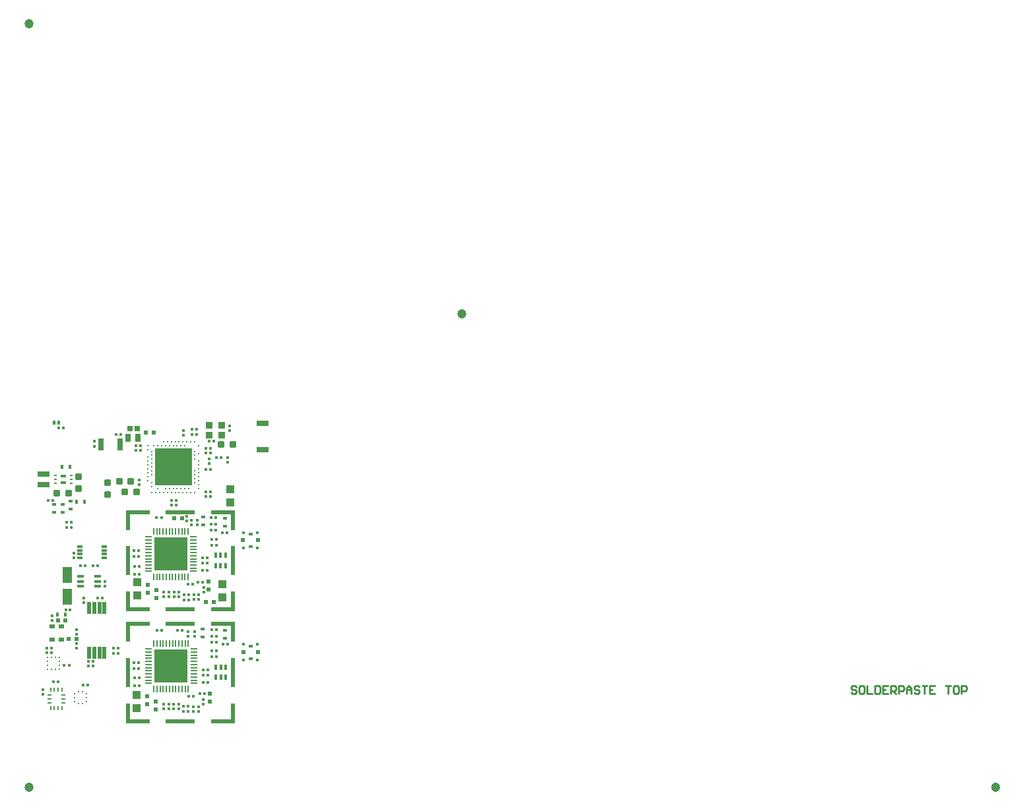
<source format=gtp>
%FSLAX24Y24*%
%MOIN*%
G70*
G01*
G75*
G04 Layer_Color=8421504*
%ADD10R,0.0315X0.0118*%
%ADD11R,0.0197X0.0039*%
%ADD12R,0.0157X0.0157*%
%ADD13R,0.0197X0.0118*%
%ADD14R,0.0118X0.0157*%
%ADD15C,0.0100*%
%ADD16R,0.0295X0.0591*%
%ADD17R,0.0146X0.0067*%
%ADD18R,0.0146X0.0106*%
G04:AMPARAMS|DCode=19|XSize=59.1mil|YSize=17.7mil|CornerRadius=0mil|HoleSize=0mil|Usage=FLASHONLY|Rotation=90.000|XOffset=0mil|YOffset=0mil|HoleType=Round|Shape=RoundedRectangle|*
%AMROUNDEDRECTD19*
21,1,0.0591,0.0177,0,0,90.0*
21,1,0.0591,0.0177,0,0,90.0*
1,1,0.0000,0.0089,0.0295*
1,1,0.0000,0.0089,-0.0295*
1,1,0.0000,-0.0089,-0.0295*
1,1,0.0000,-0.0089,0.0295*
%
%ADD19ROUNDEDRECTD19*%
%ADD20R,0.0118X0.0315*%
%ADD21R,0.0472X0.0787*%
%ADD22R,0.0354X0.0157*%
%ADD23R,0.0189X0.0197*%
%ADD24R,0.0039X0.0039*%
%ADD25R,0.0246X0.1496*%
%ADD26R,0.0246X0.1043*%
%ADD27R,0.1232X0.0246*%
%ADD28R,0.1496X0.0246*%
%ADD29R,0.0177X0.0197*%
%ADD30R,0.0118X0.0118*%
G04:AMPARAMS|DCode=31|XSize=11.8mil|YSize=11.8mil|CornerRadius=0.3mil|HoleSize=0mil|Usage=FLASHONLY|Rotation=270.000|XOffset=0mil|YOffset=0mil|HoleType=Round|Shape=RoundedRectangle|*
%AMROUNDEDRECTD31*
21,1,0.0118,0.0112,0,0,270.0*
21,1,0.0112,0.0118,0,0,270.0*
1,1,0.0006,-0.0056,-0.0056*
1,1,0.0006,-0.0056,0.0056*
1,1,0.0006,0.0056,0.0056*
1,1,0.0006,0.0056,-0.0056*
%
%ADD31ROUNDEDRECTD31*%
%ADD32R,0.1654X0.1654*%
%ADD33R,0.0374X0.0079*%
%ADD34R,0.0079X0.0374*%
G04:AMPARAMS|DCode=35|XSize=39.4mil|YSize=23.6mil|CornerRadius=0.6mil|HoleSize=0mil|Usage=FLASHONLY|Rotation=270.000|XOffset=0mil|YOffset=0mil|HoleType=Round|Shape=RoundedRectangle|*
%AMROUNDEDRECTD35*
21,1,0.0394,0.0224,0,0,270.0*
21,1,0.0382,0.0236,0,0,270.0*
1,1,0.0012,-0.0112,-0.0191*
1,1,0.0012,-0.0112,0.0191*
1,1,0.0012,0.0112,0.0191*
1,1,0.0012,0.0112,-0.0191*
%
%ADD35ROUNDEDRECTD35*%
%ADD36R,0.0118X0.0118*%
%ADD37R,0.0630X0.0315*%
G04:AMPARAMS|DCode=38|XSize=25.2mil|YSize=24mil|CornerRadius=0.6mil|HoleSize=0mil|Usage=FLASHONLY|Rotation=90.000|XOffset=0mil|YOffset=0mil|HoleType=Round|Shape=RoundedRectangle|*
%AMROUNDEDRECTD38*
21,1,0.0252,0.0228,0,0,90.0*
21,1,0.0240,0.0240,0,0,90.0*
1,1,0.0012,0.0114,0.0120*
1,1,0.0012,0.0114,-0.0120*
1,1,0.0012,-0.0114,-0.0120*
1,1,0.0012,-0.0114,0.0120*
%
%ADD38ROUNDEDRECTD38*%
%ADD39R,0.0106X0.0195*%
%ADD40R,0.0195X0.0106*%
%ADD41R,0.0106X0.0116*%
%ADD42R,0.0116X0.0106*%
%ADD43R,0.0138X0.0236*%
%ADD44R,0.0295X0.0197*%
%ADD45R,0.0390X0.0430*%
G04:AMPARAMS|DCode=46|XSize=31.5mil|YSize=31.5mil|CornerRadius=0.8mil|HoleSize=0mil|Usage=FLASHONLY|Rotation=180.000|XOffset=0mil|YOffset=0mil|HoleType=Round|Shape=RoundedRectangle|*
%AMROUNDEDRECTD46*
21,1,0.0315,0.0299,0,0,180.0*
21,1,0.0299,0.0315,0,0,180.0*
1,1,0.0016,-0.0150,0.0150*
1,1,0.0016,0.0150,0.0150*
1,1,0.0016,0.0150,-0.0150*
1,1,0.0016,-0.0150,-0.0150*
%
%ADD46ROUNDEDRECTD46*%
G04:AMPARAMS|DCode=47|XSize=19.7mil|YSize=19.7mil|CornerRadius=0.5mil|HoleSize=0mil|Usage=FLASHONLY|Rotation=0.000|XOffset=0mil|YOffset=0mil|HoleType=Round|Shape=RoundedRectangle|*
%AMROUNDEDRECTD47*
21,1,0.0197,0.0187,0,0,0.0*
21,1,0.0187,0.0197,0,0,0.0*
1,1,0.0010,0.0094,-0.0094*
1,1,0.0010,-0.0094,-0.0094*
1,1,0.0010,-0.0094,0.0094*
1,1,0.0010,0.0094,0.0094*
%
%ADD47ROUNDEDRECTD47*%
G04:AMPARAMS|DCode=48|XSize=11.8mil|YSize=11.8mil|CornerRadius=0.3mil|HoleSize=0mil|Usage=FLASHONLY|Rotation=180.000|XOffset=0mil|YOffset=0mil|HoleType=Round|Shape=RoundedRectangle|*
%AMROUNDEDRECTD48*
21,1,0.0118,0.0112,0,0,180.0*
21,1,0.0112,0.0118,0,0,180.0*
1,1,0.0006,-0.0056,0.0056*
1,1,0.0006,0.0056,0.0056*
1,1,0.0006,0.0056,-0.0056*
1,1,0.0006,-0.0056,-0.0056*
%
%ADD48ROUNDEDRECTD48*%
%ADD49R,0.1909X0.1909*%
%ADD50C,0.0118*%
G04:AMPARAMS|DCode=51|XSize=35.4mil|YSize=31.5mil|CornerRadius=0.2mil|HoleSize=0mil|Usage=FLASHONLY|Rotation=180.000|XOffset=0mil|YOffset=0mil|HoleType=Round|Shape=RoundedRectangle|*
%AMROUNDEDRECTD51*
21,1,0.0354,0.0312,0,0,180.0*
21,1,0.0351,0.0315,0,0,180.0*
1,1,0.0003,-0.0176,0.0156*
1,1,0.0003,0.0176,0.0156*
1,1,0.0003,0.0176,-0.0156*
1,1,0.0003,-0.0176,-0.0156*
%
%ADD51ROUNDEDRECTD51*%
G04:AMPARAMS|DCode=52|XSize=19.7mil|YSize=19.7mil|CornerRadius=0.5mil|HoleSize=0mil|Usage=FLASHONLY|Rotation=270.000|XOffset=0mil|YOffset=0mil|HoleType=Round|Shape=RoundedRectangle|*
%AMROUNDEDRECTD52*
21,1,0.0197,0.0187,0,0,270.0*
21,1,0.0187,0.0197,0,0,270.0*
1,1,0.0010,-0.0094,-0.0094*
1,1,0.0010,-0.0094,0.0094*
1,1,0.0010,0.0094,0.0094*
1,1,0.0010,0.0094,-0.0094*
%
%ADD52ROUNDEDRECTD52*%
%ADD53R,0.0197X0.0177*%
G04:AMPARAMS|DCode=54|XSize=31.5mil|YSize=31.5mil|CornerRadius=0.8mil|HoleSize=0mil|Usage=FLASHONLY|Rotation=270.000|XOffset=0mil|YOffset=0mil|HoleType=Round|Shape=RoundedRectangle|*
%AMROUNDEDRECTD54*
21,1,0.0315,0.0299,0,0,270.0*
21,1,0.0299,0.0315,0,0,270.0*
1,1,0.0016,-0.0150,-0.0150*
1,1,0.0016,-0.0150,0.0150*
1,1,0.0016,0.0150,0.0150*
1,1,0.0016,0.0150,-0.0150*
%
%ADD54ROUNDEDRECTD54*%
%ADD55C,0.0472*%
D10*
X1732Y12972D02*
D03*
Y12618D02*
D03*
X3799Y8819D02*
D03*
Y9016D02*
D03*
Y9213D02*
D03*
Y9409D02*
D03*
X2579D02*
D03*
Y9213D02*
D03*
Y9016D02*
D03*
Y8819D02*
D03*
D11*
X1732Y13051D02*
D03*
Y12539D02*
D03*
D12*
X11548Y4454D02*
D03*
X10839D02*
D03*
X11548Y3666D02*
D03*
X10839D02*
D03*
X10831Y9327D02*
D03*
X11540D02*
D03*
X10831Y10114D02*
D03*
X11540D02*
D03*
D13*
X11193Y4375D02*
D03*
Y3745D02*
D03*
X11185Y9406D02*
D03*
Y10036D02*
D03*
D14*
X11571Y4060D02*
D03*
X10815D02*
D03*
X10807Y9721D02*
D03*
X11563D02*
D03*
D15*
X41782Y2302D02*
X41716Y2368D01*
X41582D01*
X41516Y2302D01*
Y2235D01*
X41582Y2168D01*
X41716D01*
X41782Y2102D01*
Y2035D01*
X41716Y1969D01*
X41582D01*
X41516Y2035D01*
X42116Y2368D02*
X41982D01*
X41916Y2302D01*
Y2035D01*
X41982Y1969D01*
X42116D01*
X42182Y2035D01*
Y2302D01*
X42116Y2368D01*
X42315D02*
Y1969D01*
X42582D01*
X42715Y2368D02*
Y1969D01*
X42915D01*
X42982Y2035D01*
Y2302D01*
X42915Y2368D01*
X42715D01*
X43382D02*
X43115D01*
Y1969D01*
X43382D01*
X43115Y2168D02*
X43249D01*
X43515Y1969D02*
Y2368D01*
X43715D01*
X43782Y2302D01*
Y2168D01*
X43715Y2102D01*
X43515D01*
X43648D02*
X43782Y1969D01*
X43915D02*
Y2368D01*
X44115D01*
X44182Y2302D01*
Y2168D01*
X44115Y2102D01*
X43915D01*
X44315Y1969D02*
Y2235D01*
X44448Y2368D01*
X44581Y2235D01*
Y1969D01*
Y2168D01*
X44315D01*
X44981Y2302D02*
X44915Y2368D01*
X44781D01*
X44715Y2302D01*
Y2235D01*
X44781Y2168D01*
X44915D01*
X44981Y2102D01*
Y2035D01*
X44915Y1969D01*
X44781D01*
X44715Y2035D01*
X45115Y2368D02*
X45381D01*
X45248D01*
Y1969D01*
X45781Y2368D02*
X45514D01*
Y1969D01*
X45781D01*
X45514Y2168D02*
X45648D01*
X46314Y2368D02*
X46581D01*
X46447D01*
Y1969D01*
X46914Y2368D02*
X46781D01*
X46714Y2302D01*
Y2035D01*
X46781Y1969D01*
X46914D01*
X46981Y2035D01*
Y2302D01*
X46914Y2368D01*
X47114Y1969D02*
Y2368D01*
X47314D01*
X47381Y2302D01*
Y2168D01*
X47314Y2102D01*
X47114D01*
D16*
X3622Y14567D02*
D03*
X4587D02*
D03*
D17*
X2116Y12598D02*
D03*
Y12795D02*
D03*
Y12992D02*
D03*
X1348Y12598D02*
D03*
Y12795D02*
D03*
D18*
Y13012D02*
D03*
D19*
X3041Y6299D02*
D03*
X3297D02*
D03*
X3553D02*
D03*
X3809D02*
D03*
Y4016D02*
D03*
X3553D02*
D03*
X3297D02*
D03*
X3041D02*
D03*
D20*
X9427Y2784D02*
D03*
X9683D02*
D03*
X9939D02*
D03*
X9427Y3296D02*
D03*
X9683D02*
D03*
X9939D02*
D03*
X9931Y8957D02*
D03*
X9675D02*
D03*
X9419D02*
D03*
X9931Y8445D02*
D03*
X9675D02*
D03*
X9419D02*
D03*
D21*
X1929Y7963D02*
D03*
Y6860D02*
D03*
D22*
X2598Y7638D02*
D03*
X3465Y7894D02*
D03*
X3465Y7382D02*
D03*
X2598Y7894D02*
D03*
X2598Y7382D02*
D03*
X3465Y7638D02*
D03*
D23*
X11571Y4060D02*
D03*
X10815D02*
D03*
X10807Y9721D02*
D03*
X11563D02*
D03*
D24*
X11193Y3760D02*
D03*
Y4360D02*
D03*
X11185Y10021D02*
D03*
Y9421D02*
D03*
D25*
X10285Y8693D02*
D03*
X4986Y8686D02*
D03*
X10293Y3032D02*
D03*
X4994Y3025D02*
D03*
D26*
X4986Y10745D02*
D03*
Y6627D02*
D03*
X10285D02*
D03*
Y10745D02*
D03*
X4994Y5084D02*
D03*
Y966D02*
D03*
X10293D02*
D03*
Y5084D02*
D03*
D27*
X5482Y11146D02*
D03*
Y6225D02*
D03*
X9789D02*
D03*
Y11146D02*
D03*
X5490Y5486D02*
D03*
Y564D02*
D03*
X9797D02*
D03*
Y5486D02*
D03*
D28*
X7635Y11146D02*
D03*
Y6225D02*
D03*
X7643Y5486D02*
D03*
Y564D02*
D03*
D29*
X1650Y13425D02*
D03*
X2050D02*
D03*
X1444Y5955D02*
D03*
X1844D02*
D03*
X2389Y11673D02*
D03*
X2789D02*
D03*
D30*
X8636Y1962D02*
D03*
X8872D02*
D03*
X9021Y2910D02*
D03*
X8785D02*
D03*
Y3170D02*
D03*
X9021D02*
D03*
X9013Y8571D02*
D03*
X8777D02*
D03*
Y8831D02*
D03*
X9013D02*
D03*
X5297Y9188D02*
D03*
X5533D02*
D03*
X6683Y10856D02*
D03*
X6447D02*
D03*
X5573Y8011D02*
D03*
X5337D02*
D03*
X5533Y8888D02*
D03*
X5297D02*
D03*
X7827Y6961D02*
D03*
X8063D02*
D03*
X9011Y8188D02*
D03*
X8774D02*
D03*
X7827Y6691D02*
D03*
X8063D02*
D03*
X8017Y7491D02*
D03*
X8253D02*
D03*
X9197Y10221D02*
D03*
X9433D02*
D03*
Y10541D02*
D03*
X9197D02*
D03*
Y10861D02*
D03*
X9433D02*
D03*
X9473Y9481D02*
D03*
X9237D02*
D03*
Y9781D02*
D03*
X9473D02*
D03*
X10013Y10111D02*
D03*
X9777D02*
D03*
X5572Y8388D02*
D03*
X5335D02*
D03*
X5541Y3530D02*
D03*
X5305D02*
D03*
X6454Y5178D02*
D03*
X6690D02*
D03*
X5335Y2350D02*
D03*
X5572D02*
D03*
X7730Y5178D02*
D03*
X7493D02*
D03*
X5305Y3230D02*
D03*
X5541D02*
D03*
X8045Y1328D02*
D03*
X7809D02*
D03*
X8783Y2528D02*
D03*
X9019D02*
D03*
X8045Y1060D02*
D03*
X7809D02*
D03*
X8302Y1840D02*
D03*
X8065D02*
D03*
X9452Y4550D02*
D03*
X9215D02*
D03*
Y4870D02*
D03*
X9452D02*
D03*
Y5190D02*
D03*
X9215D02*
D03*
X9245Y3830D02*
D03*
X9481D02*
D03*
Y4130D02*
D03*
X9245D02*
D03*
X9795Y4450D02*
D03*
X10031D02*
D03*
X5345Y2750D02*
D03*
X5581D02*
D03*
X8763Y7601D02*
D03*
X8527D02*
D03*
D31*
X1174Y5890D02*
D03*
Y5665D02*
D03*
X1142Y4016D02*
D03*
Y4252D02*
D03*
X906D02*
D03*
Y4016D02*
D03*
X2402Y4967D02*
D03*
Y5191D02*
D03*
Y4258D02*
D03*
Y4482D02*
D03*
X3297Y14478D02*
D03*
Y14715D02*
D03*
X5551Y12520D02*
D03*
Y12756D02*
D03*
X10118Y15276D02*
D03*
Y15512D02*
D03*
X10039Y13898D02*
D03*
Y13661D02*
D03*
X9094Y13583D02*
D03*
Y13819D02*
D03*
X2756Y6811D02*
D03*
Y6575D02*
D03*
X7795Y15276D02*
D03*
Y15039D02*
D03*
X2264Y9055D02*
D03*
Y8819D02*
D03*
X3819Y7638D02*
D03*
Y7402D02*
D03*
X709Y2165D02*
D03*
Y1929D02*
D03*
D32*
X7173Y3355D02*
D03*
X7165Y9016D02*
D03*
D33*
X8315Y2489D02*
D03*
X8315Y2646D02*
D03*
X8315Y2804D02*
D03*
Y3276D02*
D03*
Y3434D02*
D03*
Y3591D02*
D03*
Y3749D02*
D03*
Y3906D02*
D03*
Y4064D02*
D03*
Y4221D02*
D03*
X6032Y4221D02*
D03*
Y4064D02*
D03*
Y3906D02*
D03*
Y3749D02*
D03*
Y3591D02*
D03*
Y3434D02*
D03*
Y3276D02*
D03*
Y3119D02*
D03*
Y2961D02*
D03*
Y2804D02*
D03*
Y2646D02*
D03*
Y2489D02*
D03*
X8315Y3119D02*
D03*
X8315Y2961D02*
D03*
X8307Y8622D02*
D03*
X8307Y8780D02*
D03*
X6024Y8150D02*
D03*
Y8307D02*
D03*
Y8465D02*
D03*
Y8622D02*
D03*
Y8780D02*
D03*
Y8937D02*
D03*
Y9094D02*
D03*
Y9252D02*
D03*
Y9409D02*
D03*
Y9567D02*
D03*
Y9724D02*
D03*
Y9882D02*
D03*
X8307Y9882D02*
D03*
Y9724D02*
D03*
Y9567D02*
D03*
Y9409D02*
D03*
Y9252D02*
D03*
Y9094D02*
D03*
Y8937D02*
D03*
Y8465D02*
D03*
X8307Y8307D02*
D03*
X8307Y8150D02*
D03*
D34*
X6307Y4497D02*
D03*
X6465D02*
D03*
X6622D02*
D03*
X6780D02*
D03*
X6937D02*
D03*
X7095D02*
D03*
X7252D02*
D03*
X7410D02*
D03*
X7567D02*
D03*
X7725D02*
D03*
X7882D02*
D03*
X8040D02*
D03*
Y2213D02*
D03*
X7882D02*
D03*
X7725D02*
D03*
X7567D02*
D03*
X7410D02*
D03*
X7252D02*
D03*
X7095D02*
D03*
X6937D02*
D03*
X6780D02*
D03*
X6622D02*
D03*
X6465D02*
D03*
X6307D02*
D03*
X6299Y7874D02*
D03*
X6457D02*
D03*
X6614D02*
D03*
X6772D02*
D03*
X6929D02*
D03*
X7087D02*
D03*
X7244D02*
D03*
X7402D02*
D03*
X7559D02*
D03*
X7717D02*
D03*
X7874D02*
D03*
X8031D02*
D03*
Y10157D02*
D03*
X7874D02*
D03*
X7717D02*
D03*
X7559D02*
D03*
X7402D02*
D03*
X7244D02*
D03*
X7087D02*
D03*
X6929D02*
D03*
X6772D02*
D03*
X6614D02*
D03*
X6457D02*
D03*
X6299D02*
D03*
D35*
X4990Y14911D02*
D03*
X5482D02*
D03*
D36*
X9449Y13898D02*
D03*
X9685D02*
D03*
X8033Y4852D02*
D03*
Y5088D02*
D03*
X8565Y6723D02*
D03*
Y6959D02*
D03*
X8815Y7319D02*
D03*
Y7083D02*
D03*
X8315Y6723D02*
D03*
Y6959D02*
D03*
X7065Y7109D02*
D03*
Y6873D02*
D03*
X7325D02*
D03*
Y7109D02*
D03*
X7953Y10935D02*
D03*
Y10699D02*
D03*
X8484Y10728D02*
D03*
Y10492D02*
D03*
X8189Y10728D02*
D03*
Y10492D02*
D03*
X8563Y1299D02*
D03*
Y1063D02*
D03*
X8813Y1432D02*
D03*
Y1668D02*
D03*
X8313Y1299D02*
D03*
Y1063D02*
D03*
X7063Y1209D02*
D03*
Y1446D02*
D03*
X7313D02*
D03*
Y1209D02*
D03*
X8363Y4852D02*
D03*
Y5088D02*
D03*
X6803Y7106D02*
D03*
Y6870D02*
D03*
X7575Y6873D02*
D03*
Y7109D02*
D03*
X6811Y1209D02*
D03*
Y1446D02*
D03*
X7563D02*
D03*
Y1209D02*
D03*
D37*
X748Y12520D02*
D03*
Y13071D02*
D03*
X11811Y14291D02*
D03*
Y15630D02*
D03*
D38*
X5089Y15354D02*
D03*
X5463D02*
D03*
D39*
X1673Y2151D02*
D03*
X1476D02*
D03*
X1280D02*
D03*
X1083D02*
D03*
X1673Y1235D02*
D03*
X1476D02*
D03*
X1280D02*
D03*
X1083D02*
D03*
D40*
X1019Y1693D02*
D03*
Y1496D02*
D03*
Y1890D02*
D03*
X1737Y1496D02*
D03*
Y1890D02*
D03*
Y1693D02*
D03*
D41*
X945Y3184D02*
D03*
X1142Y3184D02*
D03*
X1339D02*
D03*
X1535D02*
D03*
Y3784D02*
D03*
X1339D02*
D03*
X1142D02*
D03*
X945D02*
D03*
X2500Y1471D02*
D03*
X2697D02*
D03*
Y2072D02*
D03*
X2500D02*
D03*
D42*
X1540Y3386D02*
D03*
Y3583D02*
D03*
X940D02*
D03*
Y3386D02*
D03*
X2899Y1575D02*
D03*
Y1772D02*
D03*
Y1969D02*
D03*
X2298D02*
D03*
Y1772D02*
D03*
Y1575D02*
D03*
D43*
X1250Y15669D02*
D03*
X1506D02*
D03*
D44*
X1634Y5364D02*
D03*
Y4695D02*
D03*
X1181D02*
D03*
Y5364D02*
D03*
D45*
X9764Y7500D02*
D03*
Y6831D02*
D03*
X5455Y7595D02*
D03*
Y6926D02*
D03*
X10177Y12293D02*
D03*
Y11624D02*
D03*
X5443Y1240D02*
D03*
Y1909D02*
D03*
D46*
X1998Y12106D02*
D03*
X1407D02*
D03*
X5148Y12687D02*
D03*
X4557D02*
D03*
X5423Y12175D02*
D03*
X4833D02*
D03*
X9705Y14567D02*
D03*
X10295D02*
D03*
D47*
X2402Y4724D02*
D03*
X2008D02*
D03*
X7323Y10837D02*
D03*
X7717D02*
D03*
X8937Y6614D02*
D03*
X9331D02*
D03*
X5906Y15157D02*
D03*
X6299D02*
D03*
X1844Y5659D02*
D03*
X1450D02*
D03*
D48*
X2717Y2392D02*
D03*
X2953D02*
D03*
X1502Y15394D02*
D03*
X1726D02*
D03*
X7441Y11506D02*
D03*
X7205D02*
D03*
X4252Y4281D02*
D03*
X4488D02*
D03*
Y4006D02*
D03*
X4252D02*
D03*
X1781Y3386D02*
D03*
X2018D02*
D03*
X1220Y2559D02*
D03*
X1457D02*
D03*
X2614Y8415D02*
D03*
X2839D02*
D03*
X8228Y15315D02*
D03*
X8465D02*
D03*
X4409Y15079D02*
D03*
X4646D02*
D03*
X5630Y14262D02*
D03*
X5394D02*
D03*
X9094Y14724D02*
D03*
X9331D02*
D03*
X9173Y14134D02*
D03*
X8937D02*
D03*
X1211Y11732D02*
D03*
X974D02*
D03*
X8465Y15079D02*
D03*
X8228D02*
D03*
X8937Y12165D02*
D03*
X9173D02*
D03*
X3701Y6811D02*
D03*
X3465D02*
D03*
X8937Y11929D02*
D03*
X9173D02*
D03*
Y13307D02*
D03*
X8937D02*
D03*
X7205Y11722D02*
D03*
X7441D02*
D03*
X9173Y14370D02*
D03*
X8937D02*
D03*
X5630Y14498D02*
D03*
X5394D02*
D03*
X3008Y3583D02*
D03*
X3232D02*
D03*
X2998Y3356D02*
D03*
X3222D02*
D03*
X3234Y8415D02*
D03*
X3459D02*
D03*
X1896Y10354D02*
D03*
X2120D02*
D03*
X1856Y6201D02*
D03*
X2081D02*
D03*
X1896Y10620D02*
D03*
X2120D02*
D03*
D49*
X7283Y13425D02*
D03*
D50*
X8366Y12146D02*
D03*
X8169D02*
D03*
X7972D02*
D03*
X7776D02*
D03*
X7579D02*
D03*
X7382D02*
D03*
X7185D02*
D03*
X6988D02*
D03*
X6791D02*
D03*
X6594D02*
D03*
X6398D02*
D03*
X6201D02*
D03*
X8563Y12343D02*
D03*
X8071D02*
D03*
X7874D02*
D03*
X7677D02*
D03*
X7480D02*
D03*
X7283D02*
D03*
X7087D02*
D03*
X6890D02*
D03*
X6496D02*
D03*
X6201Y12441D02*
D03*
X8563Y12539D02*
D03*
X8366Y12638D02*
D03*
X6201D02*
D03*
X8563Y12736D02*
D03*
X6004D02*
D03*
X8366Y12835D02*
D03*
X8563Y12933D02*
D03*
X6004D02*
D03*
X8366Y13032D02*
D03*
X6201D02*
D03*
X8563Y13130D02*
D03*
X6004D02*
D03*
X8366Y13228D02*
D03*
X6201D02*
D03*
X8563Y13327D02*
D03*
X6004D02*
D03*
X6201Y13425D02*
D03*
X8563Y13524D02*
D03*
X6004D02*
D03*
X6201Y13622D02*
D03*
X8563Y13720D02*
D03*
X6004D02*
D03*
X8366Y13819D02*
D03*
X6201D02*
D03*
X6004Y13917D02*
D03*
X8366Y14016D02*
D03*
X6201D02*
D03*
X8563Y14114D02*
D03*
X6201Y14213D02*
D03*
X6004Y14311D02*
D03*
X8366Y14213D02*
D03*
X8563Y14508D02*
D03*
X7874D02*
D03*
X7677D02*
D03*
X7480D02*
D03*
X7283D02*
D03*
X7087D02*
D03*
X6890D02*
D03*
X6693D02*
D03*
X6496D02*
D03*
X6299D02*
D03*
X6004D02*
D03*
X8366Y14705D02*
D03*
X7972D02*
D03*
X7776D02*
D03*
X7579D02*
D03*
X7382D02*
D03*
X7185D02*
D03*
X6988D02*
D03*
X6791D02*
D03*
X8169D02*
D03*
D51*
X9734Y15522D02*
D03*
X9085D02*
D03*
Y15030D02*
D03*
X9734D02*
D03*
D52*
X9134Y1575D02*
D03*
Y1969D02*
D03*
X9055Y7638D02*
D03*
Y7244D02*
D03*
X5985Y7468D02*
D03*
Y7074D02*
D03*
X6415Y6814D02*
D03*
Y7208D02*
D03*
X5973Y1423D02*
D03*
Y1817D02*
D03*
X6411Y1574D02*
D03*
Y1181D02*
D03*
D53*
X2087Y11296D02*
D03*
Y11696D02*
D03*
X1270Y11148D02*
D03*
Y11548D02*
D03*
X1703D02*
D03*
Y11148D02*
D03*
X8789Y10889D02*
D03*
Y10489D02*
D03*
X9903Y10438D02*
D03*
Y10838D02*
D03*
X8761Y5228D02*
D03*
Y4828D02*
D03*
X9911Y4778D02*
D03*
Y5178D02*
D03*
D54*
X3976Y12028D02*
D03*
Y12618D02*
D03*
X2500Y12333D02*
D03*
Y12923D02*
D03*
D55*
X0Y-2756D02*
D03*
X21860Y21181D02*
D03*
X0Y35827D02*
D03*
X48819Y-2756D02*
D03*
M02*

</source>
